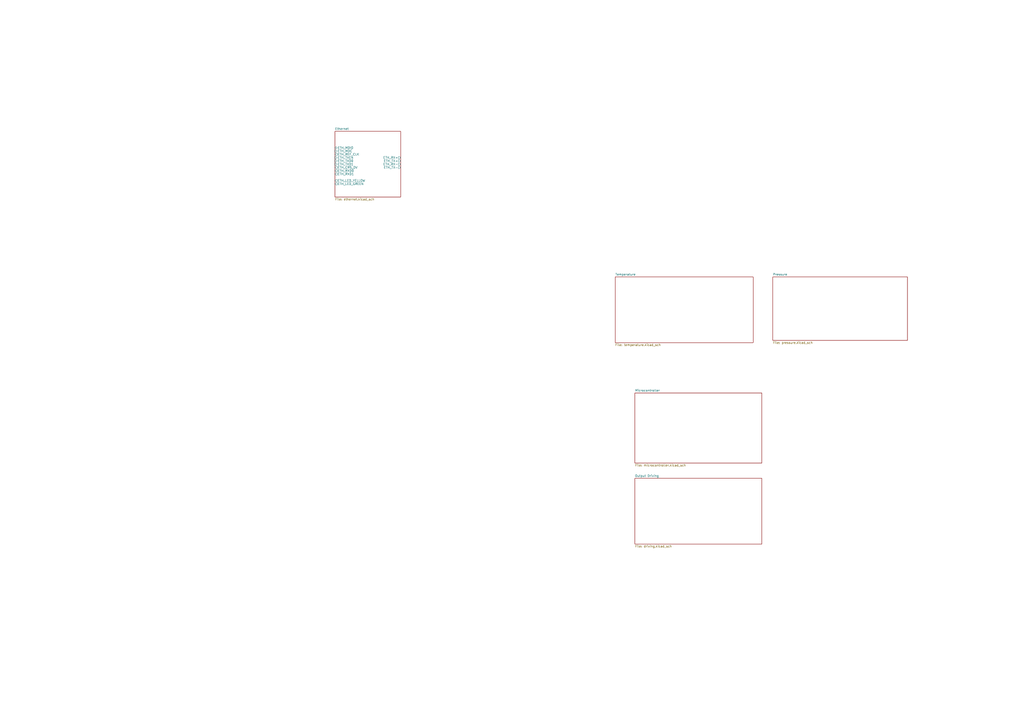
<source format=kicad_sch>
(kicad_sch (version 20230121) (generator eeschema)

  (uuid 36cc65d2-4dd3-4f51-bcce-4252e60c9ae8)

  (paper "A2")

  (lib_symbols
  )


  (sheet (at 368.3 277.495) (size 73.66 38.1) (fields_autoplaced)
    (stroke (width 0.1524) (type solid))
    (fill (color 0 0 0 0.0000))
    (uuid 786c8415-1305-4598-963d-843f7f154a96)
    (property "Sheetname" "Output Driving" (at 368.3 276.7834 0)
      (effects (font (size 1.27 1.27)) (justify left bottom))
    )
    (property "Sheetfile" "driving.kicad_sch" (at 368.3 316.1796 0)
      (effects (font (size 1.27 1.27)) (justify left top))
    )
    (instances
      (project "ecu-kicad-v0.4"
        (path "/36cc65d2-4dd3-4f51-bcce-4252e60c9ae8" (page "4"))
      )
    )
  )

  (sheet (at 356.87 160.655) (size 80.01 38.1) (fields_autoplaced)
    (stroke (width 0.1524) (type solid))
    (fill (color 0 0 0 0.0000))
    (uuid 78adda00-5038-4b2e-91dd-f461ba60ecd9)
    (property "Sheetname" "Temperature" (at 356.87 159.9434 0)
      (effects (font (size 1.27 1.27)) (justify left bottom))
    )
    (property "Sheetfile" "temperature.kicad_sch" (at 356.87 199.3396 0)
      (effects (font (size 1.27 1.27)) (justify left top))
    )
    (instances
      (project "ecu-kicad-v0.4"
        (path "/36cc65d2-4dd3-4f51-bcce-4252e60c9ae8" (page "5"))
      )
    )
  )

  (sheet (at 368.3 227.965) (size 73.66 40.64) (fields_autoplaced)
    (stroke (width 0.1524) (type solid))
    (fill (color 0 0 0 0.0000))
    (uuid 9ead4792-45f5-4116-99cb-935143ec5657)
    (property "Sheetname" "Microcontroller" (at 368.3 227.2534 0)
      (effects (font (size 1.27 1.27)) (justify left bottom))
    )
    (property "Sheetfile" "microcontroller.kicad_sch" (at 368.3 269.1896 0)
      (effects (font (size 1.27 1.27)) (justify left top))
    )
    (instances
      (project "ecu-kicad-v0.4"
        (path "/36cc65d2-4dd3-4f51-bcce-4252e60c9ae8" (page "3"))
      )
    )
  )

  (sheet (at 448.31 160.655) (size 78.105 36.83) (fields_autoplaced)
    (stroke (width 0.1524) (type solid))
    (fill (color 0 0 0 0.0000))
    (uuid bc394d3c-e9ca-4af6-b4a2-898c79d06b25)
    (property "Sheetname" "Pressure" (at 448.31 159.9434 0)
      (effects (font (size 1.27 1.27)) (justify left bottom))
    )
    (property "Sheetfile" "pressure.kicad_sch" (at 448.31 198.0696 0)
      (effects (font (size 1.27 1.27)) (justify left top))
    )
    (instances
      (project "ecu-kicad-v0.4"
        (path "/36cc65d2-4dd3-4f51-bcce-4252e60c9ae8" (page "6"))
      )
    )
  )

  (sheet (at 194.31 76.2) (size 38.1 38.1) (fields_autoplaced)
    (stroke (width 0.1524) (type solid))
    (fill (color 0 0 0 0.0000))
    (uuid fdc55e67-a23b-49ec-b653-f7cab199c7ef)
    (property "Sheetname" "Ethernet" (at 194.31 75.4884 0)
      (effects (font (size 1.27 1.27)) (justify left bottom))
    )
    (property "Sheetfile" "ethernet.kicad_sch" (at 194.31 114.8846 0)
      (effects (font (size 1.27 1.27)) (justify left top))
    )
    (pin "ETH_MDIO" bidirectional (at 194.31 85.725 180)
      (effects (font (size 1.27 1.27)) (justify left))
      (uuid aa74fab9-9d72-4f0a-894b-e2250385e6bb)
    )
    (pin "ETH_MDC" input (at 194.31 87.63 180)
      (effects (font (size 1.27 1.27)) (justify left))
      (uuid 6e735cbb-0377-4e68-84c5-e9486b542f09)
    )
    (pin "ETH_REF_CLK" output (at 194.31 89.535 180)
      (effects (font (size 1.27 1.27)) (justify left))
      (uuid 28db762a-c22b-4699-9f7c-2b839e4ec3fd)
    )
    (pin "ETH_TXEN" input (at 194.31 91.44 180)
      (effects (font (size 1.27 1.27)) (justify left))
      (uuid 7b43aabf-7d77-4759-ae46-623b29167b5a)
    )
    (pin "ETH_TXD0" input (at 194.31 93.345 180)
      (effects (font (size 1.27 1.27)) (justify left))
      (uuid ca4fb0e8-d9e3-4cd0-9ae2-6c5ce0010680)
    )
    (pin "ETH_TXD1" input (at 194.31 95.25 180)
      (effects (font (size 1.27 1.27)) (justify left))
      (uuid 707cf541-c6ba-437b-abb8-699c39041a9a)
    )
    (pin "ETH_CRS_DV" output (at 194.31 97.155 180)
      (effects (font (size 1.27 1.27)) (justify left))
      (uuid 16901b96-a430-454a-b6c7-45bf15368dbc)
    )
    (pin "ETH_RXD0" output (at 194.31 99.06 180)
      (effects (font (size 1.27 1.27)) (justify left))
      (uuid ccddce65-1ee0-47ee-bbdb-113361218fbe)
    )
    (pin "ETH_RXD1" output (at 194.31 100.965 180)
      (effects (font (size 1.27 1.27)) (justify left))
      (uuid f882fbb1-34ff-49d9-9fa2-4dc78b95e39c)
    )
    (pin "ETH_LED_YELLOW" output (at 194.31 104.775 180)
      (effects (font (size 1.27 1.27)) (justify left))
      (uuid ae6f9bf2-0204-406e-985f-a41570837014)
    )
    (pin "ETH_LED_GREEN" output (at 194.31 106.68 180)
      (effects (font (size 1.27 1.27)) (justify left))
      (uuid f0114910-c60f-4cb0-94f0-758f26832982)
    )
    (pin "ETH_RX+" output (at 232.41 91.44 0)
      (effects (font (size 1.27 1.27)) (justify right))
      (uuid 3da9aa59-d730-4f95-87bb-d9838cbea93c)
    )
    (pin "ETH_TX+" output (at 232.41 93.345 0)
      (effects (font (size 1.27 1.27)) (justify right))
      (uuid f8b4892d-35f6-4f18-8193-23e8880d1af5)
    )
    (pin "ETH_RX-" output (at 232.41 95.25 0)
      (effects (font (size 1.27 1.27)) (justify right))
      (uuid d368fa05-0a89-441f-a02f-4f35a6d3f7da)
    )
    (pin "ETH_TX-" output (at 232.41 97.155 0)
      (effects (font (size 1.27 1.27)) (justify right))
      (uuid 894f62f0-3849-45a3-9ec2-b6fdb978b4a8)
    )
    (instances
      (project "ecu-kicad-v0.4"
        (path "/36cc65d2-4dd3-4f51-bcce-4252e60c9ae8" (page "2"))
      )
    )
  )

  (sheet_instances
    (path "/" (page "1"))
  )
)

</source>
